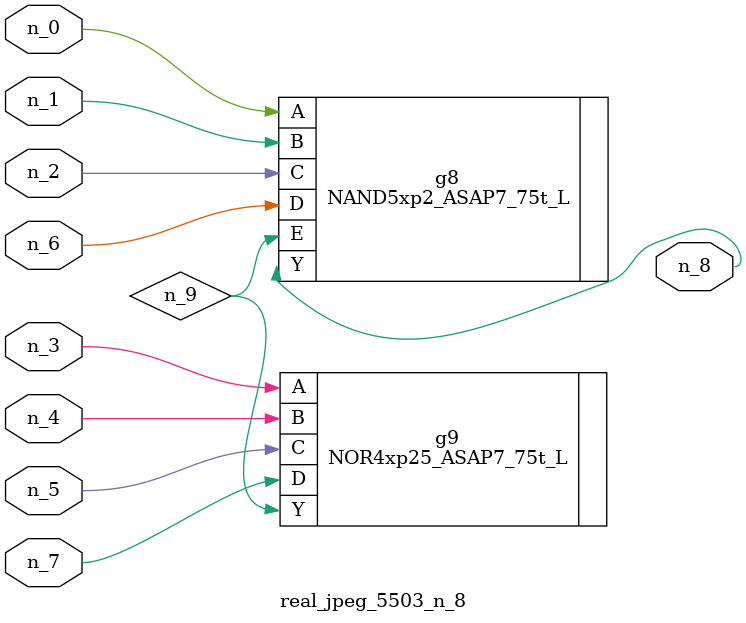
<source format=v>
module real_jpeg_5503_n_8 (n_5, n_4, n_0, n_1, n_2, n_6, n_7, n_3, n_8);

input n_5;
input n_4;
input n_0;
input n_1;
input n_2;
input n_6;
input n_7;
input n_3;

output n_8;

wire n_9;

NAND5xp2_ASAP7_75t_L g8 ( 
.A(n_0),
.B(n_1),
.C(n_2),
.D(n_6),
.E(n_9),
.Y(n_8)
);

NOR4xp25_ASAP7_75t_L g9 ( 
.A(n_3),
.B(n_4),
.C(n_5),
.D(n_7),
.Y(n_9)
);


endmodule
</source>
